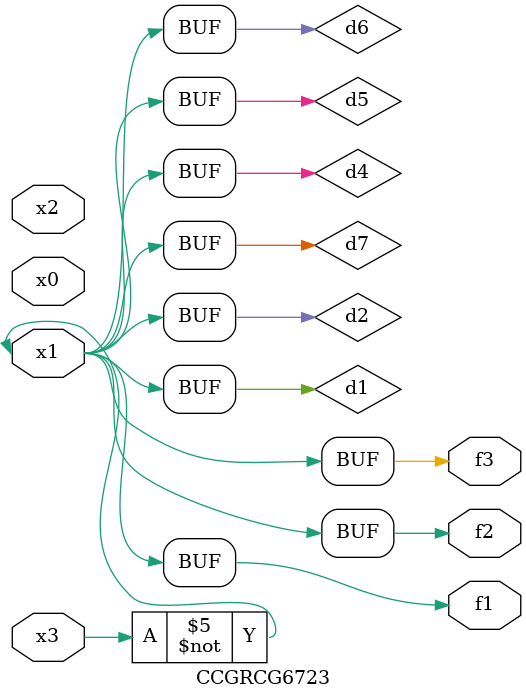
<source format=v>
module CCGRCG6723(
	input x0, x1, x2, x3,
	output f1, f2, f3
);

	wire d1, d2, d3, d4, d5, d6, d7;

	not (d1, x3);
	buf (d2, x1);
	xnor (d3, d1, d2);
	nor (d4, d1);
	buf (d5, d1, d2);
	buf (d6, d4, d5);
	nand (d7, d4);
	assign f1 = d6;
	assign f2 = d7;
	assign f3 = d6;
endmodule

</source>
